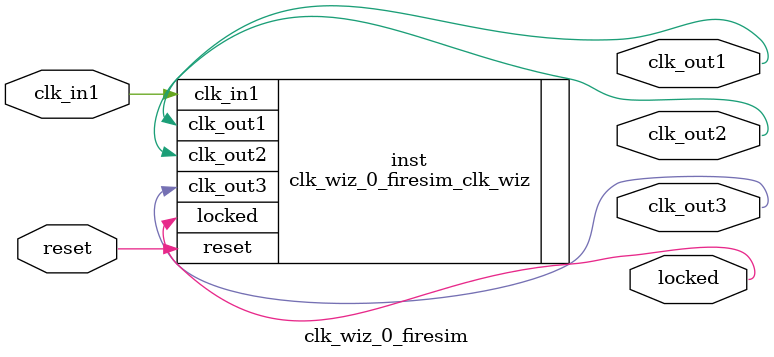
<source format=v>


`timescale 1ps/1ps

(* CORE_GENERATION_INFO = "clk_wiz_0_firesim,clk_wiz_v5_4_0_0,{component_name=clk_wiz_0_firesim,use_phase_alignment=true,use_min_o_jitter=false,use_max_i_jitter=false,use_dyn_phase_shift=false,use_inclk_switchover=false,use_dyn_reconfig=false,enable_axi=0,feedback_source=FDBK_AUTO,PRIMITIVE=MMCM,num_out_clk=3,clkin1_period=8.000,clkin2_period=10.000,use_power_down=false,use_reset=true,use_locked=true,use_inclk_stopped=false,feedback_type=SINGLE,CLOCK_MGR_TYPE=NA,manual_override=false}" *)

module clk_wiz_0_firesim 
 (
  // Clock out ports
  output        clk_out1,
  output        clk_out2,
  output        clk_out3,
  // Status and control signals
  input         reset,
  output        locked,
 // Clock in ports
  input         clk_in1
 );

  clk_wiz_0_firesim_clk_wiz inst
  (
  // Clock out ports  
  .clk_out1(clk_out1),
  .clk_out2(clk_out2),
  .clk_out3(clk_out3),
  // Status and control signals               
  .reset(reset), 
  .locked(locked),
 // Clock in ports
  .clk_in1(clk_in1)
  );

endmodule

</source>
